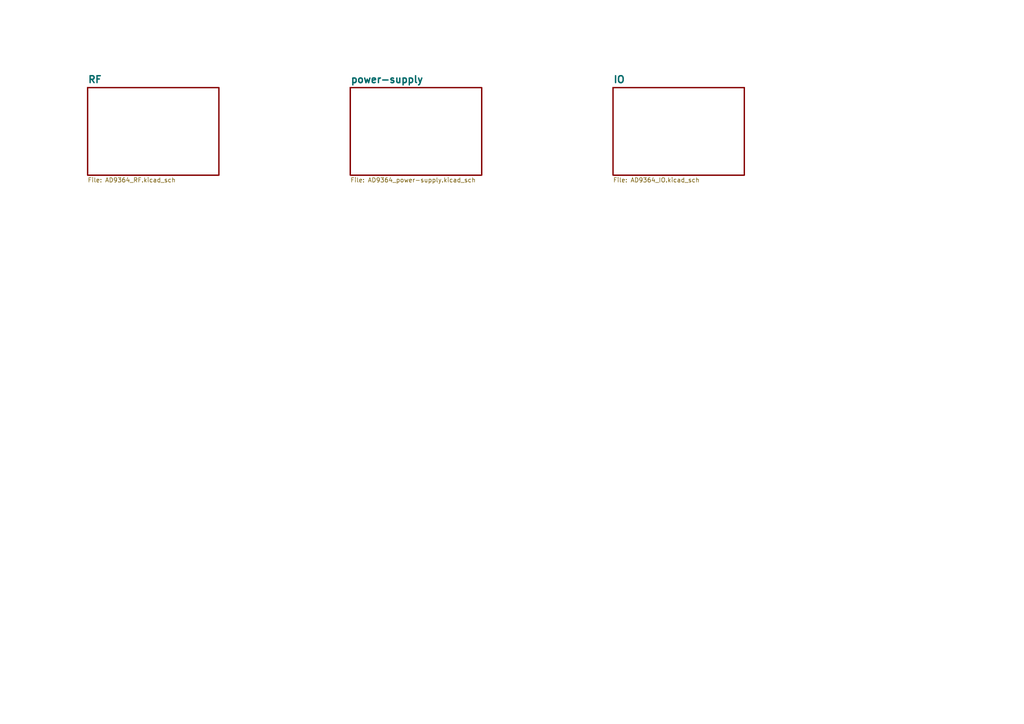
<source format=kicad_sch>
(kicad_sch
	(version 20231120)
	(generator "eeschema")
	(generator_version "8.0")
	(uuid "ee99d210-f2b2-45ca-8ccc-27ac45013586")
	(paper "A4")
	(title_block
		(title "MurPhy SDR")
		(date "2024-04-22")
		(company "M.P Inc")
	)
	(lib_symbols)
	(sheet
		(at 25.4 25.4)
		(size 38.1 25.4)
		(fields_autoplaced yes)
		(stroke
			(width 0.3524)
			(type solid)
		)
		(fill
			(color 0 0 0 0.0000)
		)
		(uuid "6f9f0703-a581-4ad1-a5e1-a7e2d8426388")
		(property "Sheetname" "RF"
			(at 25.4 24.2234 0)
			(effects
				(font
					(size 2 2)
					(bold yes)
				)
				(justify left bottom)
			)
		)
		(property "Sheetfile" "AD9364_RF.kicad_sch"
			(at 25.4 51.4846 0)
			(effects
				(font
					(size 1.27 1.27)
				)
				(justify left top)
			)
		)
		(instances
			(project "MurPhySDR"
				(path "/78b46f92-f168-4aa2-8d3c-c6cd3d325113/36d941ce-31df-4b3b-a08f-60b7dda17681"
					(page "8")
				)
			)
		)
	)
	(sheet
		(at 177.8 25.4)
		(size 38.1 25.4)
		(fields_autoplaced yes)
		(stroke
			(width 0.3524)
			(type solid)
		)
		(fill
			(color 0 0 0 0.0000)
		)
		(uuid "bbac00a4-a794-4951-be32-713542ea8693")
		(property "Sheetname" "IO"
			(at 177.8 24.2234 0)
			(effects
				(font
					(size 2 2)
					(bold yes)
				)
				(justify left bottom)
			)
		)
		(property "Sheetfile" "AD9364_IO.kicad_sch"
			(at 177.8 51.4846 0)
			(effects
				(font
					(size 1.27 1.27)
				)
				(justify left top)
			)
		)
		(instances
			(project "MurPhySDR"
				(path "/78b46f92-f168-4aa2-8d3c-c6cd3d325113/36d941ce-31df-4b3b-a08f-60b7dda17681"
					(page "10")
				)
			)
		)
	)
	(sheet
		(at 101.6 25.4)
		(size 38.1 25.4)
		(fields_autoplaced yes)
		(stroke
			(width 0.3524)
			(type solid)
		)
		(fill
			(color 0 0 0 0.0000)
		)
		(uuid "e7319b4f-68a0-4adf-95fb-c329b6050f07")
		(property "Sheetname" "power-supply"
			(at 101.6 24.2234 0)
			(effects
				(font
					(size 2 2)
					(bold yes)
				)
				(justify left bottom)
			)
		)
		(property "Sheetfile" "AD9364_power-supply.kicad_sch"
			(at 101.6 51.4846 0)
			(effects
				(font
					(size 1.27 1.27)
				)
				(justify left top)
			)
		)
		(instances
			(project "MurPhySDR"
				(path "/78b46f92-f168-4aa2-8d3c-c6cd3d325113/36d941ce-31df-4b3b-a08f-60b7dda17681"
					(page "9")
				)
			)
		)
	)
)

</source>
